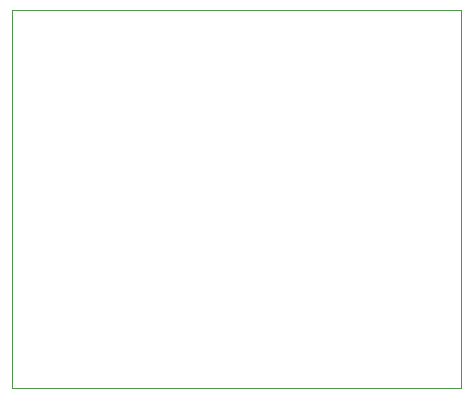
<source format=gm1>
G04*
G04 #@! TF.GenerationSoftware,Altium Limited,Altium Designer,21.6.1 (37)*
G04*
G04 Layer_Color=16711935*
%FSLAX25Y25*%
%MOIN*%
G70*
G04*
G04 #@! TF.SameCoordinates,378A9775-3A77-4BA1-8480-AFC072C74D39*
G04*
G04*
G04 #@! TF.FilePolarity,Positive*
G04*
G01*
G75*
%ADD42C,0.00394*%
D42*
X0Y0D02*
X149606D01*
Y125984D01*
X0D02*
X149606D01*
X0Y0D02*
Y125984D01*
M02*

</source>
